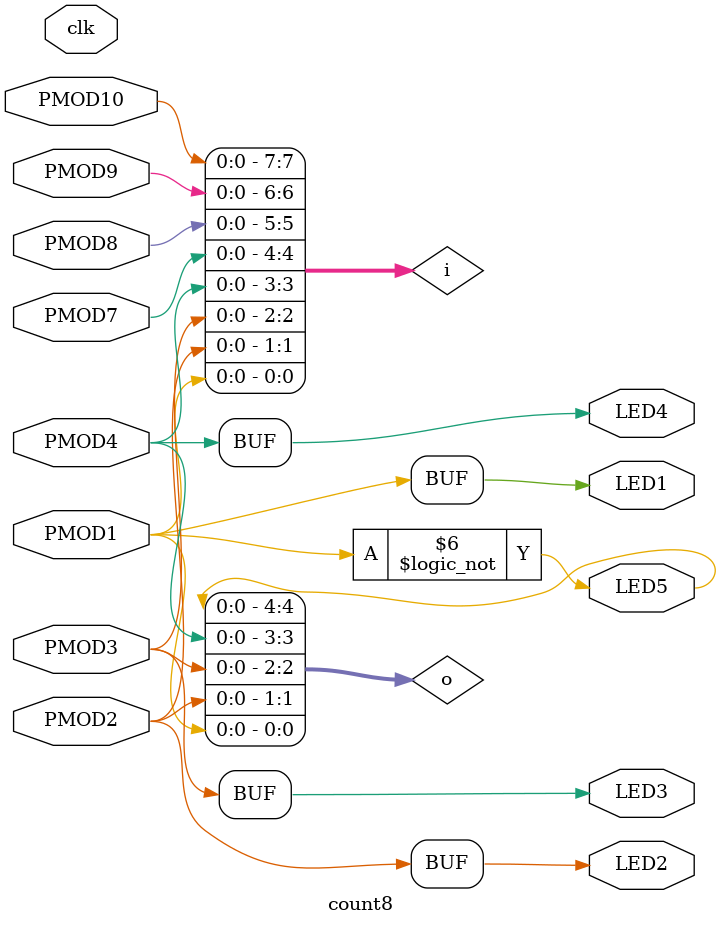
<source format=v>
`default_nettype none
module count8(
    input      clk,
    output     LED1,
    output     LED2,
    output     LED3,
    output     LED4,
    output     LED5,
    input      PMOD1, // input p1
    input      PMOD2, // input p2
    input      PMOD3, // input p3
    input      PMOD4,  // input p4
    input      PMOD7, // input p5
    input      PMOD8, // input p6
    input      PMOD9, // input p7
    input      PMOD10  // input p8
    );


// Alias inputs
wire  [7:0] i;

// you may want to declare intermedaite variables

// Alias outputs
reg   [4:0] o;

// assign inputs to signals with meaningful names
   assign i[0]=PMOD1;
   assign i[1]=PMOD2;
   assign i[2]=PMOD3;
   assign i[3]=PMOD4;

   assign i[4]=PMOD7;
   assign i[5]=PMOD8;
   assign i[6]=PMOD9;
   assign i[7]=PMOD10;
   
   
   always @(*)  // combinational assignment -- always computing
   begin // dummy logic here -- REPLACE WITH YOUR LOGIC
      o[0]<=i[0]&i[0];
      o[1]<=i[1]&i[1];
      o[2]<=i[2]&i[2];
      o[3]<=i[3]&i[3];
      o[4]<=!i[0];
     end

   // Wire up the lights
     assign LED1 = o[0];
     assign LED2 = o[1];
     assign LED3 = o[2];
     assign LED4 = o[3]; 
     assign LED5 = o[4]; 
endmodule

</source>
